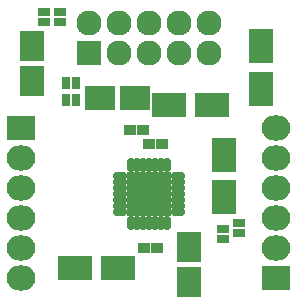
<source format=gbr>
G04 #@! TF.FileFunction,Soldermask,Top*
%FSLAX46Y46*%
G04 Gerber Fmt 4.6, Leading zero omitted, Abs format (unit mm)*
G04 Created by KiCad (PCBNEW (2015-08-16 BZR 6097, Git b384c94)-product) date 08/12/2015 20:08:44*
%MOMM*%
G01*
G04 APERTURE LIST*
%ADD10C,0.100000*%
%ADD11R,3.000960X2.000200*%
%ADD12R,2.000200X3.000960*%
%ADD13R,2.000200X2.599640*%
%ADD14R,2.599640X2.000200*%
%ADD15R,2.432000X2.127200*%
%ADD16O,2.432000X2.127200*%
%ADD17R,1.000000X0.900000*%
%ADD18R,1.000000X0.800000*%
%ADD19R,0.800000X1.000000*%
%ADD20O,1.250000X0.700000*%
%ADD21O,0.700000X1.250000*%
%ADD22R,2.075000X2.075000*%
%ADD23R,2.127200X2.127200*%
%ADD24O,2.127200X2.127200*%
G04 APERTURE END LIST*
D10*
D11*
X85194140Y-86106000D03*
X88795860Y-86106000D03*
D12*
X97790000Y-80159860D03*
X97790000Y-76558140D03*
D13*
X94805500Y-84350860D03*
X94805500Y-87353140D03*
D12*
X100965000Y-70952360D03*
X100965000Y-67350640D03*
D11*
X93144340Y-72339200D03*
X96746060Y-72339200D03*
D14*
X90274140Y-71755000D03*
X87271860Y-71755000D03*
D13*
X81534000Y-70335140D03*
X81534000Y-67332860D03*
D15*
X80645000Y-74295000D03*
D16*
X80645000Y-76835000D03*
X80645000Y-79375000D03*
X80645000Y-81915000D03*
X80645000Y-84455000D03*
X80645000Y-86995000D03*
D15*
X102235000Y-86995000D03*
D16*
X102235000Y-84455000D03*
X102235000Y-81915000D03*
X102235000Y-79375000D03*
X102235000Y-76835000D03*
X102235000Y-74295000D03*
D17*
X89874000Y-74422000D03*
X90974000Y-74422000D03*
X92548800Y-75666600D03*
X91448800Y-75666600D03*
X91017000Y-84455000D03*
X92117000Y-84455000D03*
D18*
X97726500Y-83698500D03*
X97726500Y-82798500D03*
X99060000Y-83190500D03*
X99060000Y-82290500D03*
X83947000Y-65347000D03*
X83947000Y-64447000D03*
D19*
X85286000Y-70485000D03*
X84386000Y-70485000D03*
D18*
X82550000Y-65347000D03*
X82550000Y-64447000D03*
D19*
X84386000Y-71882000D03*
X85286000Y-71882000D03*
D20*
X88990000Y-78383000D03*
X88990000Y-78883000D03*
X88990000Y-79383000D03*
X88990000Y-79883000D03*
X88990000Y-80383000D03*
X88990000Y-80883000D03*
X88990000Y-81383000D03*
D21*
X89940000Y-82333000D03*
X90440000Y-82333000D03*
X90940000Y-82333000D03*
X91440000Y-82333000D03*
X91940000Y-82333000D03*
X92440000Y-82333000D03*
X92940000Y-82333000D03*
D20*
X93890000Y-81383000D03*
X93890000Y-80883000D03*
X93890000Y-80383000D03*
X93890000Y-79883000D03*
X93890000Y-79383000D03*
X93890000Y-78883000D03*
X93890000Y-78383000D03*
D21*
X92940000Y-77433000D03*
X92440000Y-77433000D03*
X91940000Y-77433000D03*
X91440000Y-77433000D03*
X90940000Y-77433000D03*
X90440000Y-77433000D03*
X89940000Y-77433000D03*
D22*
X92277500Y-80720500D03*
X92277500Y-79045500D03*
X90602500Y-80720500D03*
X90602500Y-79045500D03*
D23*
X86360000Y-67945000D03*
D24*
X86360000Y-65405000D03*
X88900000Y-67945000D03*
X88900000Y-65405000D03*
X91440000Y-67945000D03*
X91440000Y-65405000D03*
X93980000Y-67945000D03*
X93980000Y-65405000D03*
X96520000Y-67945000D03*
X96520000Y-65405000D03*
M02*

</source>
